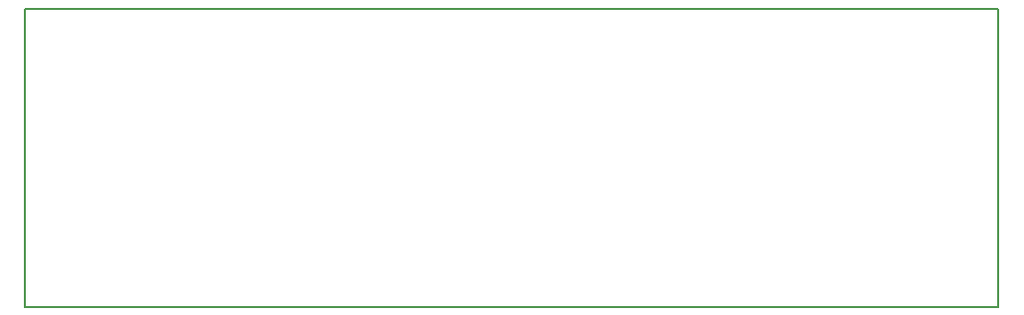
<source format=gbr>
G04 #@! TF.GenerationSoftware,KiCad,Pcbnew,(5.0.0-rc2-63-gd4393b281)*
G04 #@! TF.CreationDate,2018-06-20T16:53:16-07:00*
G04 #@! TF.ProjectId,IRSensorArray,495253656E736F7241727261792E6B69,rev?*
G04 #@! TF.SameCoordinates,Original*
G04 #@! TF.FileFunction,Profile,NP*
%FSLAX46Y46*%
G04 Gerber Fmt 4.6, Leading zero omitted, Abs format (unit mm)*
G04 Created by KiCad (PCBNEW (5.0.0-rc2-63-gd4393b281)) date 06/20/18 16:53:16*
%MOMM*%
%LPD*%
G01*
G04 APERTURE LIST*
%ADD10C,0.150000*%
G04 APERTURE END LIST*
D10*
X191516000Y-87249000D02*
X108712000Y-87249000D01*
X191516000Y-112649000D02*
X191516000Y-87249000D01*
X108712000Y-112649000D02*
X191516000Y-112649000D01*
X108712000Y-87249000D02*
X108712000Y-112649000D01*
M02*

</source>
